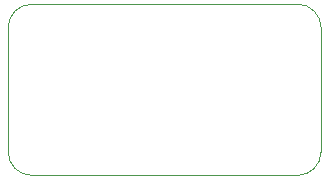
<source format=gbr>
%TF.GenerationSoftware,KiCad,Pcbnew,9.0.7*%
%TF.CreationDate,2026-01-29T16:33:12-08:00*%
%TF.ProjectId,Lab3,4c616233-2e6b-4696-9361-645f70636258,rev?*%
%TF.SameCoordinates,Original*%
%TF.FileFunction,Profile,NP*%
%FSLAX46Y46*%
G04 Gerber Fmt 4.6, Leading zero omitted, Abs format (unit mm)*
G04 Created by KiCad (PCBNEW 9.0.7) date 2026-01-29 16:33:12*
%MOMM*%
%LPD*%
G01*
G04 APERTURE LIST*
%TA.AperFunction,Profile*%
%ADD10C,0.050000*%
%TD*%
G04 APERTURE END LIST*
D10*
X137000000Y-75000000D02*
G75*
G02*
X139000000Y-77000000I0J-2000000D01*
G01*
X114500000Y-89500000D02*
G75*
G02*
X112500000Y-87500000I-1J1999999D01*
G01*
X114500000Y-89500000D02*
X137000000Y-89500000D01*
X139000000Y-87500000D02*
G75*
G02*
X137000000Y-89500000I-1999999J-1D01*
G01*
X139000000Y-87500000D02*
X139000000Y-77000000D01*
X137000000Y-75000000D02*
X114500000Y-75000000D01*
X112500000Y-77000000D02*
X112500000Y-87500000D01*
X112500000Y-77000000D02*
G75*
G02*
X114500000Y-75000000I1999999J1D01*
G01*
M02*

</source>
